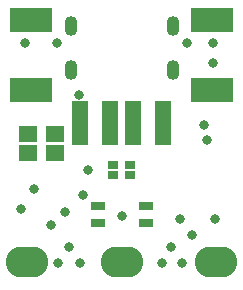
<source format=gbs>
G04*
G04 #@! TF.GenerationSoftware,Altium Limited,Altium Designer,19.1.8 (144)*
G04*
G04 Layer_Color=16711935*
%FSLAX25Y25*%
%MOIN*%
G70*
G01*
G75*
%ADD16O,0.04331X0.06693*%
G04:AMPARAMS|DCode=21|XSize=102.36mil|YSize=141.73mil|CornerRadius=51.18mil|HoleSize=0mil|Usage=FLASHONLY|Rotation=90.000|XOffset=0mil|YOffset=0mil|HoleType=Round|Shape=RoundedRectangle|*
%AMROUNDEDRECTD21*
21,1,0.10236,0.03937,0,0,90.0*
21,1,0.00000,0.14173,0,0,90.0*
1,1,0.10236,0.01968,0.00000*
1,1,0.10236,0.01968,0.00000*
1,1,0.10236,-0.01968,0.00000*
1,1,0.10236,-0.01968,0.00000*
%
%ADD21ROUNDEDRECTD21*%
%ADD22C,0.03150*%
%ADD37R,0.04900X0.02600*%
%ADD40R,0.03543X0.02953*%
%ADD41R,0.05315X0.14764*%
%ADD42R,0.14173X0.08268*%
%ADD43R,0.05906X0.05512*%
D16*
X58465Y86614D02*
D03*
X24449D02*
D03*
Y71653D02*
D03*
X58465D02*
D03*
D21*
X9843Y7874D02*
D03*
X72835D02*
D03*
X41339D02*
D03*
D22*
X27316Y63594D02*
D03*
X30130Y38366D02*
D03*
X69882Y48397D02*
D03*
X68685Y53363D02*
D03*
X41339Y23209D02*
D03*
X60709Y22047D02*
D03*
X64688Y16929D02*
D03*
X12196Y32180D02*
D03*
X22469Y24558D02*
D03*
X17717Y20209D02*
D03*
X7874Y25539D02*
D03*
X72394Y22047D02*
D03*
X71720Y74268D02*
D03*
X71858Y80709D02*
D03*
X63025D02*
D03*
X19791D02*
D03*
X9055D02*
D03*
X54859Y7374D02*
D03*
X61417D02*
D03*
X57939Y12702D02*
D03*
X20052Y7374D02*
D03*
X27575D02*
D03*
X23674Y12702D02*
D03*
X28547Y30133D02*
D03*
D37*
X33339Y20709D02*
D03*
Y26535D02*
D03*
X49339D02*
D03*
Y20709D02*
D03*
D40*
X44291Y36713D02*
D03*
X38386D02*
D03*
X44291Y40059D02*
D03*
X38386D02*
D03*
D41*
X27559Y54134D02*
D03*
X45276Y54085D02*
D03*
X37402D02*
D03*
X55118Y54035D02*
D03*
D42*
X71358Y65010D02*
D03*
Y88632D02*
D03*
X11319Y65010D02*
D03*
Y88632D02*
D03*
D43*
X19291Y44094D02*
D03*
Y50394D02*
D03*
X10236Y44094D02*
D03*
Y50394D02*
D03*
M02*

</source>
